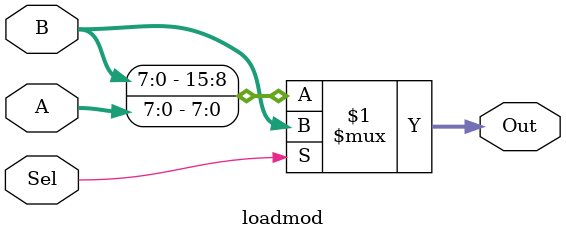
<source format=v>
module loadmod(Out, A, B, Sel);

  input [15:0] A, B;
  input Sel; // High is LLB, low is LHB
  output [15:0] Out;

  assign Out = (Sel)? B : // Load Low Bit
	              {B[7:0], A[7:0]}; // Load High Bit

endmodule

</source>
